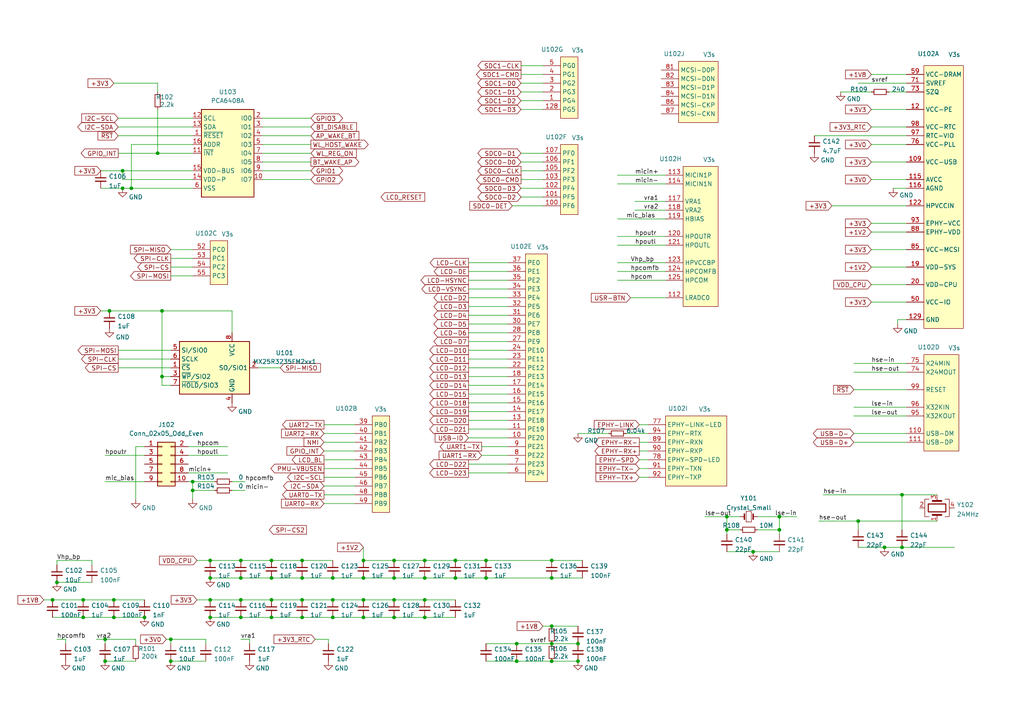
<source format=kicad_sch>
(kicad_sch (version 20250114) (generator "eeschema") (generator_version "9.0")
  (paper "A4")
  (junction (at 46.99 109.22))
  (junction (at 60.96 179.07))
  (junction (at 78.74 162.56))
  (junction (at 30.48 185.42))
  (junction (at 261.62 158.75))
  (junction (at 210.82 149.86))
  (junction (at 31.75 90.17))
  (junction (at 87.63 167.64))
  (junction (at 69.85 167.64))
  (junction (at 167.64 186.69))
  (junction (at 78.74 167.64))
  (junction (at 41.91 179.07))
  (junction (at 256.54 158.75) (diameter 0.9144))
  (junction (at 261.62 143.51))
  (junction (at 160.02 191.77))
  (junction (at 105.41 179.07))
  (junction (at 167.64 191.77))
  (junction (at 105.41 167.64))
  (junction (at 132.08 162.56))
  (junction (at 49.53 191.77))
  (junction (at 210.82 153.67))
  (junction (at 96.52 173.99))
  (junction (at 96.52 167.64))
  (junction (at 24.13 173.99))
  (junction (at 123.19 162.56))
  (junction (at 16.51 168.91))
  (junction (at 114.3 173.99))
  (junction (at 60.96 173.99))
  (junction (at 218.44 160.02) (diameter 0.9144))
  (junction (at 105.41 173.99))
  (junction (at 149.86 191.77))
  (junction (at 69.85 162.56))
  (junction (at 78.74 179.07))
  (junction (at 55.88 142.24))
  (junction (at 248.92 151.13))
  (junction (at 55.88 139.7))
  (junction (at 87.63 162.56))
  (junction (at 132.08 167.64))
  (junction (at 46.99 90.17))
  (junction (at 45.72 44.45))
  (junction (at 114.3 179.07))
  (junction (at 49.53 185.42))
  (junction (at 30.48 191.77))
  (junction (at 87.63 179.07))
  (junction (at 38.1 54.61))
  (junction (at 160.02 181.61))
  (junction (at 123.19 167.64))
  (junction (at 149.86 186.69))
  (junction (at 78.74 173.99))
  (junction (at 123.19 173.99))
  (junction (at 69.85 179.07))
  (junction (at 35.56 54.61))
  (junction (at 160.02 186.69))
  (junction (at 15.24 173.99))
  (junction (at 140.97 162.56))
  (junction (at 87.63 173.99))
  (junction (at 60.96 167.64))
  (junction (at 160.02 162.56))
  (junction (at 35.56 49.53))
  (junction (at 226.06 149.86))
  (junction (at 69.85 173.99))
  (junction (at 33.02 173.99))
  (junction (at 160.02 167.64))
  (junction (at 105.41 162.56))
  (junction (at 226.06 153.67))
  (junction (at 140.97 167.64))
  (junction (at 96.52 179.07))
  (junction (at 33.02 179.07))
  (junction (at 24.13 179.07))
  (junction (at 60.96 162.56))
  (junction (at 114.3 167.64))
  (junction (at 123.19 179.07))
  (junction (at 114.3 162.56))
  (wire (pts (xy 123.19 162.56) (xy 132.08 162.56)))
  (wire (pts (xy 135.89 78.74) (xy 147.32 78.74)))
  (wire (pts (xy 60.96 162.56) (xy 69.85 162.56)))
  (wire (pts (xy 248.92 151.13) (xy 248.92 153.67)))
  (wire (pts (xy 34.29 104.14) (xy 49.53 104.14)))
  (wire (pts (xy 135.89 96.52) (xy 147.32 96.52)))
  (wire (pts (xy 248.92 158.75) (xy 256.54 158.75)))
  (wire (pts (xy 179.07 71.12) (xy 193.04 71.12)))
  (wire (pts (xy 226.06 153.67) (xy 226.06 154.94)))
  (wire (pts (xy 151.13 31.75) (xy 157.48 31.75)))
  (wire (pts (xy 76.2 36.83) (xy 90.17 36.83)))
  (wire (pts (xy 55.88 139.7) (xy 62.23 139.7)))
  (wire (pts (xy 31.75 90.17) (xy 46.99 90.17)))
  (wire (pts (xy 252.73 46.99) (xy 262.89 46.99)))
  (wire (pts (xy 219.71 149.86) (xy 226.06 149.86)))
  (wire (pts (xy 30.48 185.42) (xy 30.48 186.69)))
  (wire (pts (xy 135.89 121.92) (xy 147.32 121.92)))
  (wire (pts (xy 76.2 44.45) (xy 90.17 44.45)))
  (wire (pts (xy 139.7 132.08) (xy 147.32 132.08)))
  (wire (pts (xy 33.02 179.07) (xy 41.91 179.07)))
  (wire (pts (xy 76.2 41.91) (xy 90.17 41.91)))
  (wire (pts (xy 247.65 105.41) (xy 262.89 105.41)))
  (wire (pts (xy 204.47 149.86) (xy 210.82 149.86)))
  (wire (pts (xy 16.51 162.56) (xy 26.67 162.56)))
  (wire (pts (xy 238.76 143.51) (xy 261.62 143.51)))
  (wire (pts (xy 135.89 83.82) (xy 147.32 83.82)))
  (wire (pts (xy 226.06 149.86) (xy 226.06 153.67)))
  (wire (pts (xy 179.07 68.58) (xy 193.04 68.58)))
  (wire (pts (xy 132.08 162.56) (xy 140.97 162.56)))
  (wire (pts (xy 78.74 162.56) (xy 87.63 162.56)))
  (wire (pts (xy 93.98 130.81) (xy 102.87 130.81)))
  (wire (pts (xy 57.15 173.99) (xy 60.96 173.99)))
  (wire (pts (xy 93.98 140.97) (xy 102.87 140.97)))
  (wire (pts (xy 185.42 133.35) (xy 187.96 133.35)))
  (wire (pts (xy 69.85 173.99) (xy 78.74 173.99)))
  (wire (pts (xy 252.73 41.91) (xy 262.89 41.91)))
  (wire (pts (xy 160.02 186.69) (xy 167.64 186.69)))
  (wire (pts (xy 49.53 185.42) (xy 59.69 185.42)))
  (wire (pts (xy 252.73 21.59) (xy 262.89 21.59)))
  (wire (pts (xy 151.13 57.15) (xy 157.48 57.15)))
  (wire (pts (xy 34.29 106.68) (xy 49.53 106.68)))
  (wire (pts (xy 33.02 24.13) (xy 45.72 24.13)))
  (wire (pts (xy 259.08 54.61) (xy 262.89 54.61)))
  (wire (pts (xy 19.05 185.42) (xy 19.05 186.69)))
  (wire (pts (xy 135.89 124.46) (xy 147.32 124.46)))
  (wire (pts (xy 76.2 52.07) (xy 90.17 52.07)))
  (wire (pts (xy 135.89 134.62) (xy 147.32 134.62)))
  (wire (pts (xy 49.53 72.39) (xy 55.88 72.39)))
  (wire (pts (xy 105.41 162.56) (xy 114.3 162.56)))
  (wire (pts (xy 135.89 104.14) (xy 147.32 104.14)))
  (wire (pts (xy 149.86 191.77) (xy 160.02 191.77)))
  (wire (pts (xy 135.89 109.22) (xy 147.32 109.22)))
  (wire (pts (xy 123.19 167.64) (xy 132.08 167.64)))
  (wire (pts (xy 151.13 24.13) (xy 157.48 24.13)))
  (wire (pts (xy 67.31 96.52) (xy 67.31 90.17)))
  (wire (pts (xy 247.65 125.73) (xy 262.89 125.73)))
  (wire (pts (xy 260.35 92.71) (xy 260.35 93.98)))
  (wire (pts (xy 16.51 185.42) (xy 19.05 185.42)))
  (wire (pts (xy 87.63 167.64) (xy 96.52 167.64)))
  (wire (pts (xy 78.74 173.99) (xy 87.63 173.99)))
  (wire (pts (xy 49.53 191.77) (xy 59.69 191.77)))
  (wire (pts (xy 185.42 128.27) (xy 187.96 128.27)))
  (wire (pts (xy 135.89 99.06) (xy 147.32 99.06)))
  (wire (pts (xy 139.7 129.54) (xy 147.32 129.54)))
  (wire (pts (xy 247.65 107.95) (xy 262.89 107.95)))
  (wire (pts (xy 93.98 146.05) (xy 102.87 146.05)))
  (wire (pts (xy 135.89 101.6) (xy 147.32 101.6)))
  (wire (pts (xy 39.37 186.69) (xy 39.37 185.42)))
  (wire (pts (xy 140.97 186.69) (xy 149.86 186.69)))
  (wire (pts (xy 41.91 129.54) (xy 39.37 129.54)))
  (wire (pts (xy 30.48 191.77) (xy 39.37 191.77)))
  (wire (pts (xy 54.61 137.16) (xy 66.04 137.16)))
  (wire (pts (xy 69.85 185.42) (xy 72.39 185.42)))
  (wire (pts (xy 48.26 185.42) (xy 49.53 185.42)))
  (wire (pts (xy 54.61 132.08) (xy 66.04 132.08)))
  (wire (pts (xy 55.88 142.24) (xy 55.88 144.78)))
  (wire (pts (xy 252.73 82.55) (xy 262.89 82.55)))
  (wire (pts (xy 157.48 181.61) (xy 160.02 181.61)))
  (wire (pts (xy 135.89 86.36) (xy 147.32 86.36)))
  (wire (pts (xy 34.29 34.29) (xy 55.88 34.29)))
  (wire (pts (xy 45.72 31.75) (xy 45.72 44.45)))
  (wire (pts (xy 184.15 60.96) (xy 193.04 60.96)))
  (wire (pts (xy 93.98 138.43) (xy 102.87 138.43)))
  (wire (pts (xy 262.89 92.71) (xy 260.35 92.71)))
  (wire (pts (xy 151.13 26.67) (xy 157.48 26.67)))
  (wire (pts (xy 151.13 44.45) (xy 157.48 44.45)))
  (wire (pts (xy 210.82 153.67) (xy 210.82 154.94)))
  (wire (pts (xy 39.37 185.42) (xy 30.48 185.42)))
  (wire (pts (xy 38.1 41.91) (xy 38.1 54.61)))
  (wire (pts (xy 135.89 81.28) (xy 147.32 81.28)))
  (wire (pts (xy 114.3 173.99) (xy 123.19 173.99)))
  (wire (pts (xy 67.31 142.24) (xy 71.12 142.24)))
  (wire (pts (xy 33.02 173.99) (xy 41.91 173.99)))
  (wire (pts (xy 93.98 128.27) (xy 102.87 128.27)))
  (wire (pts (xy 45.72 44.45) (xy 55.88 44.45)))
  (wire (pts (xy 93.98 123.19) (xy 102.87 123.19)))
  (wire (pts (xy 49.53 111.76) (xy 46.99 111.76)))
  (wire (pts (xy 123.19 173.99) (xy 132.08 173.99)))
  (wire (pts (xy 29.21 49.53) (xy 35.56 49.53)))
  (wire (pts (xy 248.92 24.13) (xy 262.89 24.13)))
  (wire (pts (xy 248.92 151.13) (xy 271.78 151.13)))
  (wire (pts (xy 135.89 127) (xy 147.32 127)))
  (wire (pts (xy 247.65 128.27) (xy 262.89 128.27)))
  (wire (pts (xy 24.13 173.99) (xy 33.02 173.99)))
  (wire (pts (xy 16.51 162.56) (xy 16.51 163.83)))
  (wire (pts (xy 15.24 173.99) (xy 24.13 173.99)))
  (wire (pts (xy 105.41 173.99) (xy 114.3 173.99)))
  (wire (pts (xy 261.62 143.51) (xy 261.62 153.67)))
  (wire (pts (xy 185.42 135.89) (xy 187.96 135.89)))
  (wire (pts (xy 236.22 39.37) (xy 262.89 39.37)))
  (wire (pts (xy 69.85 179.07) (xy 78.74 179.07)))
  (wire (pts (xy 12.7 173.99) (xy 15.24 173.99)))
  (wire (pts (xy 46.99 90.17) (xy 67.31 90.17)))
  (wire (pts (xy 60.96 173.99) (xy 69.85 173.99)))
  (wire (pts (xy 62.23 142.24) (xy 55.88 142.24)))
  (wire (pts (xy 46.99 109.22) (xy 49.53 109.22)))
  (wire (pts (xy 35.56 54.61) (xy 38.1 54.61)))
  (wire (pts (xy 252.73 77.47) (xy 262.89 77.47)))
  (wire (pts (xy 151.13 19.05) (xy 157.48 19.05)))
  (wire (pts (xy 237.49 151.13) (xy 248.92 151.13)))
  (wire (pts (xy 55.88 139.7) (xy 55.88 142.24)))
  (wire (pts (xy 135.89 111.76) (xy 147.32 111.76)))
  (wire (pts (xy 135.89 116.84) (xy 147.32 116.84)))
  (wire (pts (xy 247.65 113.03) (xy 262.89 113.03)))
  (wire (pts (xy 210.82 160.02) (xy 218.44 160.02)))
  (wire (pts (xy 185.42 138.43) (xy 187.96 138.43)))
  (wire (pts (xy 247.65 118.11) (xy 262.89 118.11)))
  (wire (pts (xy 252.73 64.77) (xy 262.89 64.77)))
  (wire (pts (xy 38.1 54.61) (xy 55.88 54.61)))
  (wire (pts (xy 179.07 53.34) (xy 193.04 53.34)))
  (wire (pts (xy 252.73 87.63) (xy 262.89 87.63)))
  (wire (pts (xy 16.51 168.91) (xy 26.67 168.91)))
  (wire (pts (xy 179.07 78.74) (xy 193.04 78.74)))
  (wire (pts (xy 160.02 167.64) (xy 168.91 167.64)))
  (wire (pts (xy 105.41 179.07) (xy 114.3 179.07)))
  (wire (pts (xy 181.61 125.73) (xy 187.96 125.73)))
  (wire (pts (xy 15.24 179.07) (xy 24.13 179.07)))
  (wire (pts (xy 81.28 106.68) (xy 74.93 106.68)))
  (wire (pts (xy 105.41 167.64) (xy 114.3 167.64)))
  (wire (pts (xy 46.99 109.22) (xy 46.99 90.17)))
  (wire (pts (xy 78.74 179.07) (xy 87.63 179.07)))
  (wire (pts (xy 55.88 52.07) (xy 35.56 52.07)))
  (wire (pts (xy 76.2 46.99) (xy 90.17 46.99)))
  (wire (pts (xy 185.42 123.19) (xy 187.96 123.19)))
  (wire (pts (xy 69.85 167.64) (xy 78.74 167.64)))
  (wire (pts (xy 140.97 162.56) (xy 160.02 162.56)))
  (wire (pts (xy 93.98 133.35) (xy 102.87 133.35)))
  (wire (pts (xy 210.82 153.67) (xy 214.63 153.67)))
  (wire (pts (xy 252.73 31.75) (xy 262.89 31.75)))
  (wire (pts (xy 160.02 162.56) (xy 168.91 162.56)))
  (wire (pts (xy 91.44 185.42) (xy 95.25 185.42)))
  (wire (pts (xy 226.06 149.86) (xy 231.14 149.86)))
  (wire (pts (xy 135.89 114.3) (xy 147.32 114.3)))
  (wire (pts (xy 151.13 54.61) (xy 157.48 54.61)))
  (wire (pts (xy 210.82 149.86) (xy 210.82 153.67)))
  (wire (pts (xy 87.63 173.99) (xy 96.52 173.99)))
  (wire (pts (xy 135.89 76.2) (xy 147.32 76.2)))
  (wire (pts (xy 59.69 186.69) (xy 59.69 185.42)))
  (wire (pts (xy 34.29 44.45) (xy 45.72 44.45)))
  (wire (pts (xy 29.21 90.17) (xy 31.75 90.17)))
  (wire (pts (xy 114.3 162.56) (xy 123.19 162.56)))
  (wire (pts (xy 210.82 149.86) (xy 214.63 149.86)))
  (wire (pts (xy 34.29 36.83) (xy 55.88 36.83)))
  (wire (pts (xy 29.21 54.61) (xy 35.56 54.61)))
  (wire (pts (xy 151.13 29.21) (xy 157.48 29.21)))
  (wire (pts (xy 72.39 185.42) (xy 72.39 186.69)))
  (wire (pts (xy 132.08 167.64) (xy 140.97 167.64)))
  (wire (pts (xy 151.13 46.99) (xy 157.48 46.99)))
  (wire (pts (xy 179.07 63.5) (xy 193.04 63.5)))
  (wire (pts (xy 49.53 185.42) (xy 49.53 186.69)))
  (wire (pts (xy 252.73 72.39) (xy 262.89 72.39)))
  (wire (pts (xy 55.88 41.91) (xy 38.1 41.91)))
  (wire (pts (xy 140.97 191.77) (xy 149.86 191.77)))
  (wire (pts (xy 27.94 185.42) (xy 30.48 185.42)))
  (wire (pts (xy 46.99 111.76) (xy 46.99 109.22)))
  (wire (pts (xy 135.89 137.16) (xy 147.32 137.16)))
  (wire (pts (xy 160.02 191.77) (xy 167.64 191.77)))
  (wire (pts (xy 105.41 158.75) (xy 105.41 162.56)))
  (wire (pts (xy 93.98 135.89) (xy 102.87 135.89)))
  (wire (pts (xy 35.56 49.53) (xy 55.88 49.53)))
  (wire (pts (xy 57.15 162.56) (xy 60.96 162.56)))
  (wire (pts (xy 123.19 179.07) (xy 132.08 179.07)))
  (wire (pts (xy 252.73 67.31) (xy 262.89 67.31)))
  (wire (pts (xy 114.3 179.07) (xy 123.19 179.07)))
  (wire (pts (xy 93.98 143.51) (xy 102.87 143.51)))
  (wire (pts (xy 257.81 26.67) (xy 262.89 26.67)))
  (wire (pts (xy 179.07 81.28) (xy 193.04 81.28)))
  (wire (pts (xy 167.64 125.73) (xy 176.53 125.73)))
  (wire (pts (xy 135.89 91.44) (xy 147.32 91.44)))
  (wire (pts (xy 95.25 185.42) (xy 95.25 186.69)))
  (wire (pts (xy 76.2 49.53) (xy 90.17 49.53)))
  (wire (pts (xy 30.48 132.08) (xy 41.91 132.08)))
  (wire (pts (xy 96.52 173.99) (xy 105.41 173.99)))
  (wire (pts (xy 39.37 129.54) (xy 39.37 144.78)))
  (wire (pts (xy 148.59 59.69) (xy 157.48 59.69)))
  (wire (pts (xy 252.73 36.83) (xy 262.89 36.83)))
  (wire (pts (xy 247.65 120.65) (xy 262.89 120.65)))
  (wire (pts (xy 60.96 179.07) (xy 69.85 179.07)))
  (wire (pts (xy 182.88 86.36) (xy 193.04 86.36)))
  (wire (pts (xy 87.63 162.56) (xy 96.52 162.56)))
  (wire (pts (xy 49.53 77.47) (xy 55.88 77.47)))
  (wire (pts (xy 261.62 158.75) (xy 276.86 158.75)))
  (wire (pts (xy 69.85 162.56) (xy 78.74 162.56)))
  (wire (pts (xy 76.2 34.29) (xy 90.17 34.29)))
  (wire (pts (xy 151.13 21.59) (xy 157.48 21.59)))
  (wire (pts (xy 135.89 88.9) (xy 147.32 88.9)))
  (wire (pts (xy 26.67 162.56) (xy 26.67 163.83)))
  (wire (pts (xy 45.72 24.13) (xy 45.72 26.67)))
  (wire (pts (xy 96.52 167.64) (xy 105.41 167.64)))
  (wire (pts (xy 151.13 52.07) (xy 157.48 52.07)))
  (wire (pts (xy 49.53 80.01) (xy 55.88 80.01)))
  (wire (pts (xy 35.56 52.07) (xy 35.56 49.53)))
  (wire (pts (xy 184.15 58.42) (xy 193.04 58.42)))
  (wire (pts (xy 114.3 167.64) (xy 123.19 167.64)))
  (wire (pts (xy 60.96 167.64) (xy 69.85 167.64)))
  (wire (pts (xy 54.61 139.7) (xy 55.88 139.7)))
  (wire (pts (xy 179.07 50.8) (xy 193.04 50.8)))
  (wire (pts (xy 34.29 39.37) (xy 55.88 39.37)))
  (wire (pts (xy 160.02 181.61) (xy 167.64 181.61)))
  (wire (pts (xy 256.54 158.75) (xy 261.62 158.75)))
  (wire (pts (xy 54.61 129.54) (xy 66.04 129.54)))
  (wire (pts (xy 135.89 106.68) (xy 147.32 106.68)))
  (wire (pts (xy 78.74 167.64) (xy 87.63 167.64)))
  (wire (pts (xy 243.84 26.67) (xy 252.73 26.67)))
  (wire (pts (xy 218.44 160.02) (xy 226.06 160.02)))
  (wire (pts (xy 219.71 153.67) (xy 226.06 153.67)))
  (wire (pts (xy 135.89 93.98) (xy 147.32 93.98)))
  (wire (pts (xy 87.63 179.07) (xy 96.52 179.07)))
  (wire (pts (xy 96.52 179.07) (xy 105.41 179.07)))
  (wire (pts (xy 252.73 52.07) (xy 262.89 52.07)))
  (wire (pts (xy 140.97 167.64) (xy 160.02 167.64)))
  (wire (pts (xy 135.89 119.38) (xy 147.32 119.38)))
  (wire (pts (xy 261.62 143.51) (xy 271.78 143.51)))
  (wire (pts (xy 76.2 39.37) (xy 90.17 39.37)))
  (wire (pts (xy 49.53 74.93) (xy 55.88 74.93)))
  (wire (pts (xy 24.13 179.07) (xy 33.02 179.07)))
  (wire (pts (xy 34.29 101.6) (xy 49.53 101.6)))
  (wire (pts (xy 241.3 59.69) (xy 262.89 59.69)))
  (wire (pts (xy 30.48 139.7) (xy 41.91 139.7)))
  (wire (pts (xy 185.42 130.81) (xy 187.96 130.81)))
  (wire (pts (xy 67.31 139.7) (xy 71.12 139.7)))
  (wire (pts (xy 151.13 49.53) (xy 157.48 49.53)))
  (wire (pts (xy 149.86 186.69) (xy 160.02 186.69)))
  (wire (pts (xy 93.98 125.73) (xy 102.87 125.73)))
  (wire (pts (xy 179.07 76.2) (xy 193.04 76.2)))
  (label "micin+" (at 184.15 50.8 0))
  (label "hpoutr" (at 30.48 132.08 0))
  (label "hpoutr" (at 184.15 68.58 0))
  (label "lse-in" (at 224.79 149.86 0))
  (label "hse-in" (at 252.73 105.41 0))
  (label "vra1" (at 186.69 58.42 0))
  (label "hpcomfb" (at 16.51 185.42 0))
  (label "lse-in" (at 252.73 118.11 0))
  (label "mic_bias" (at 181.61 63.5 0))
  (label "hse-out" (at 237.49 151.13 0))
  (label "hpcom" (at 57.15 129.54 0))
  (label "hpcomfb" (at 71.12 139.7 0))
  (label "vra1" (at 69.85 185.42 0))
  (label "vra2" (at 27.94 185.42 0))
  (label "lse-out" (at 204.47 149.86 0))
  (label "micin+" (at 54.61 137.16 0))
  (label "mic_bias" (at 30.48 139.7 0))
  (label "hpcomfb" (at 182.88 78.74 0))
  (label "hpoutl" (at 184.15 71.12 0))
  (label "hse-out" (at 252.73 107.95 0))
  (label "micin-" (at 184.15 53.34 0))
  (label "lse-out" (at 252.73 120.65 0))
  (label "Vhp_bp" (at 16.51 162.56 0))
  (label "svref" (at 153.67 186.69 0))
  (label "vra2" (at 186.69 60.96 0))
  (label "svref" (at 252.73 24.13 0))
  (label "hse-in" (at 238.76 143.51 0))
  (label "micin-" (at 71.12 142.24 0))
  (label "hpoutl" (at 57.15 132.08 0))
  (label "Vhp_bp" (at 182.88 76.2 0))
  (label "hpcom" (at 182.88 81.28 0))
  (global_label "LCD-D11" (shape output) (at 135.89 104.14 180) (property "Intersheetrefs" "${INTERSHEET_REFS}" (effects (hide yes))))
  (global_label "SDC0-D0" (shape bidirectional) (at 151.13 46.99 180) (property "Intersheetrefs" "${INTERSHEET_REFS}" (effects (hide yes))))
  (global_label "LCD-D23" (shape output) (at 135.89 137.16 180) (property "Intersheetrefs" "${INTERSHEET_REFS}" (effects (hide yes))))
  (global_label "USB-D+" (shape bidirectional) (at 247.65 128.27 180) (property "Intersheetrefs" "${INTERSHEET_REFS}" (effects (hide yes))))
  (global_label "SDC1-D0" (shape bidirectional) (at 151.13 24.13 180) (property "Intersheetrefs" "${INTERSHEET_REFS}" (effects (hide yes))))
  (global_label "+3V3" (shape input) (at 33.02 24.13 180) (property "Intersheetrefs" "${INTERSHEET_REFS}" (effects (hide yes))))
  (global_label "+1V8" (shape input) (at 252.73 21.59 180) (property "Intersheetrefs" "${INTERSHEET_REFS}" (effects (hide yes))))
  (global_label "UART0-TX" (shape output) (at 93.98 143.51 180) (property "Intersheetrefs" "${INTERSHEET_REFS}" (effects (hide yes))))
  (global_label "+3V3" (shape input) (at 252.73 46.99 180) (property "Intersheetrefs" "${INTERSHEET_REFS}" (effects (hide yes))))
  (global_label "LCD-D18" (shape output) (at 135.89 116.84 180) (property "Intersheetrefs" "${INTERSHEET_REFS}" (effects (hide yes))))
  (global_label "+3V3" (shape input) (at 57.15 173.99 180) (property "Intersheetrefs" "${INTERSHEET_REFS}" (effects (hide yes))))
  (global_label "I2C-SDA" (shape bidirectional) (at 34.29 36.83 180) (property "Intersheetrefs" "${INTERSHEET_REFS}" (effects (hide yes))))
  (global_label "SDC1-CLK" (shape output) (at 151.13 19.05 180) (property "Intersheetrefs" "${INTERSHEET_REFS}" (effects (hide yes))))
  (global_label "SDC0-DET" (shape input) (at 148.59 59.69 180) (property "Intersheetrefs" "${INTERSHEET_REFS}" (effects (hide yes))))
  (global_label "BT_WAKE_AP" (shape output) (at 90.17 46.99 0) (property "Intersheetrefs" "${INTERSHEET_REFS}" (effects (hide yes))))
  (global_label "+3V3" (shape input) (at 29.21 90.17 180) (property "Intersheetrefs" "${INTERSHEET_REFS}" (effects (hide yes))))
  (global_label "LCD-D19" (shape output) (at 135.89 119.38 180) (property "Intersheetrefs" "${INTERSHEET_REFS}" (effects (hide yes))))
  (global_label "I2C-SDA" (shape bidirectional) (at 93.98 140.97 180) (property "Intersheetrefs" "${INTERSHEET_REFS}" (effects (hide yes))))
  (global_label "+1V8" (shape input) (at 12.7 173.99 180) (property "Intersheetrefs" "${INTERSHEET_REFS}" (effects (hide yes))))
  (global_label "LCD-DE" (shape output) (at 135.89 78.74 180) (property "Intersheetrefs" "${INTERSHEET_REFS}" (effects (hide yes))))
  (global_label "GPIO_INT" (shape output) (at 34.29 44.45 180) (property "Intersheetrefs" "${INTERSHEET_REFS}" (effects (hide yes))))
  (global_label "BT_DISABLE" (shape input) (at 90.17 36.83 0) (property "Intersheetrefs" "${INTERSHEET_REFS}" (effects (hide yes))))
  (global_label "EPHY-RX-" (shape output) (at 185.42 128.27 180) (property "Intersheetrefs" "${INTERSHEET_REFS}" (effects (hide yes))))
  (global_label "~{RST}" (shape input) (at 34.29 39.37 180) (property "Intersheetrefs" "${INTERSHEET_REFS}" (effects (hide yes))))
  (global_label "LCD_RESET" (shape input) (at 110.49 57.15 0) (property "Intersheetrefs" "${INTERSHEET_REFS}" (effects (hide yes))))
  (global_label "I2C-SCL" (shape input) (at 34.29 34.29 180) (property "Intersheetrefs" "${INTERSHEET_REFS}" (effects (hide yes))))
  (global_label "NMI" (shape input) (at 93.98 128.27 180) (property "Intersheetrefs" "${INTERSHEET_REFS}" (effects (hide yes))))
  (global_label "+3V3" (shape input) (at 252.73 64.77 180) (property "Intersheetrefs" "${INTERSHEET_REFS}" (effects (hide yes))))
  (global_label "LCD-D21" (shape output) (at 135.89 124.46 180) (property "Intersheetrefs" "${INTERSHEET_REFS}" (effects (hide yes))))
  (global_label "SDC1-D3" (shape bidirectional) (at 151.13 31.75 180) (property "Intersheetrefs" "${INTERSHEET_REFS}" (effects (hide yes))))
  (global_label "LCD-D2" (shape output) (at 135.89 86.36 180) (property "Intersheetrefs" "${INTERSHEET_REFS}" (effects (hide yes))))
  (global_label "SDC0-D3" (shape bidirectional) (at 151.13 54.61 180) (property "Intersheetrefs" "${INTERSHEET_REFS}" (effects (hide yes))))
  (global_label "USR-BTN" (shape input) (at 182.88 86.36 180) (property "Intersheetrefs" "${INTERSHEET_REFS}" (effects (hide yes))))
  (global_label "PMU-VBUSEN" (shape output) (at 93.98 135.89 180) (property "Intersheetrefs" "${INTERSHEET_REFS}" (effects (hide yes))))
  (global_label "LCD_BL" (shape output) (at 93.98 133.35 180) (property "Intersheetrefs" "${INTERSHEET_REFS}" (effects (hide yes))))
  (global_label "EPHY-RX+" (shape output) (at 185.42 130.81 180) (property "Intersheetrefs" "${INTERSHEET_REFS}" (effects (hide yes))))
  (global_label "LCD-D22" (shape output) (at 135.89 134.62 180) (property "Intersheetrefs" "${INTERSHEET_REFS}" (effects (hide yes))))
  (global_label "+3V3" (shape input) (at 252.73 31.75 180) (property "Intersheetrefs" "${INTERSHEET_REFS}" (effects (hide yes))))
  (global_label "UART2-RX" (shape input) (at 93.98 125.73 180) (property "Intersheetrefs" "${INTERSHEET_REFS}" (effects (hide yes))))
  (global_label "+3V3_RTC" (shape input) (at 91.44 185.42 180) (property "Intersheetrefs" "${INTERSHEET_REFS}" (effects (hide yes))))
  (global_label "SDC0-CLK" (shape output) (at 151.13 49.53 180) (property "Intersheetrefs" "${INTERSHEET_REFS}" (effects (hide yes))))
  (global_label "LCD-D5" (shape output) (at 135.89 93.98 180) (property "Intersheetrefs" "${INTERSHEET_REFS}" (effects (hide yes))))
  (global_label "SPI-CLK" (shape output) (at 34.29 104.14 180) (property "Intersheetrefs" "${INTERSHEET_REFS}" (effects (hide yes))))
  (global_label "SDC1-D2" (shape bidirectional) (at 151.13 29.21 180) (property "Intersheetrefs" "${INTERSHEET_REFS}" (effects (hide yes))))
  (global_label "LCD-D3" (shape output) (at 135.89 88.9 180) (property "Intersheetrefs" "${INTERSHEET_REFS}" (effects (hide yes))))
  (global_label "WL_REG_ON" (shape input) (at 90.17 44.45 0) (property "Intersheetrefs" "${INTERSHEET_REFS}" (effects (hide yes))))
  (global_label "EPHY-TX-" (shape input) (at 185.42 135.89 180) (property "Intersheetrefs" "${INTERSHEET_REFS}" (effects (hide yes))))
  (global_label "LCD-D7" (shape output) (at 135.89 99.06 180) (property "Intersheetrefs" "${INTERSHEET_REFS}" (effects (hide yes))))
  (global_label "USB-D-" (shape bidirectional) (at 247.65 125.73 180) (property "Intersheetrefs" "${INTERSHEET_REFS}" (effects (hide yes))))
  (global_label "SDC1-D1" (shape bidirectional) (at 151.13 26.67 180) (property "Intersheetrefs" "${INTERSHEET_REFS}" (effects (hide yes))))
  (global_label "SPI-CS2" (shape output) (at 88.9 153.67 180) (property "Intersheetrefs" "${INTERSHEET_REFS}" (effects (hide yes))))
  (global_label "SDC1-CMD" (shape output) (at 151.13 21.59 180) (property "Intersheetrefs" "${INTERSHEET_REFS}" (effects (hide yes))))
  (global_label "SPI-MOSI" (shape output) (at 49.53 80.01 180) (property "Intersheetrefs" "${INTERSHEET_REFS}" (effects (hide yes))))
  (global_label "SDC0-CMD" (shape output) (at 151.13 52.07 180) (property "Intersheetrefs" "${INTERSHEET_REFS}" (effects (hide yes))))
  (global_label "+3V3" (shape input) (at 29.21 49.53 180) (property "Intersheetrefs" "${INTERSHEET_REFS}" (effects (hide yes))))
  (global_label "LCD-D12" (shape output) (at 135.89 106.68 180) (property "Intersheetrefs" "${INTERSHEET_REFS}" (effects (hide yes))))
  (global_label "SPI-CS" (shape output) (at 34.29 106.68 180) (property "Intersheetrefs" "${INTERSHEET_REFS}" (effects (hide yes))))
  (global_label "UART0-RX" (shape input) (at 93.98 146.05 180) (property "Intersheetrefs" "${INTERSHEET_REFS}" (effects (hide yes))))
  (global_label "+1V2" (shape input) (at 252.73 77.47 180) (property "Intersheetrefs" "${INTERSHEET_REFS}" (effects (hide yes))))
  (global_label "LCD-D14" (shape output) (at 135.89 111.76 180) (property "Intersheetrefs" "${INTERSHEET_REFS}" (effects (hide yes))))
  (global_label "+3V0" (shape input) (at 252.73 41.91 180) (property "Intersheetrefs" "${INTERSHEET_REFS}" (effects (hide yes))))
  (global_label "+3V3" (shape input) (at 252.73 72.39 180) (property "Intersheetrefs" "${INTERSHEET_REFS}" (effects (hide yes))))
  (global_label "SDC0-D2" (shape bidirectional) (at 151.13 57.15 180) (property "Intersheetrefs" "${INTERSHEET_REFS}" (effects (hide yes))))
  (global_label "+3V0" (shape input) (at 48.26 185.42 180) (property "Intersheetrefs" "${INTERSHEET_REFS}" (effects (hide yes))))
  (global_label "LCD-D4" (shape output) (at 135.89 91.44 180) (property "Intersheetrefs" "${INTERSHEET_REFS}" (effects (hide yes))))
  (global_label "+3V3" (shape input) (at 252.73 87.63 180) (property "Intersheetrefs" "${INTERSHEET_REFS}" (effects (hide yes))))
  (global_label "SPI-MISO" (shape input) (at 81.28 106.68 0) (property "Intersheetrefs" "${INTERSHEET_REFS}" (effects (hide yes))))
  (global_label "GPIO_INT" (shape input) (at 93.98 130.81 180) (property "Intersheetrefs" "${INTERSHEET_REFS}" (effects (hide yes))))
  (global_label "VDD_CPU" (shape input) (at 252.73 82.55 180) (property "Intersheetrefs" "${INTERSHEET_REFS}" (effects (hide yes))))
  (global_label "AP_WAKE_BT" (shape input) (at 90.17 39.37 0) (property "Intersheetrefs" "${INTERSHEET_REFS}" (effects (hide yes))))
  (global_label "LCD-D20" (shape output) (at 135.89 121.92 180) (property "Intersheetrefs" "${INTERSHEET_REFS}" (effects (hide yes))))
  (global_label "LCD-D10" (shape output) (at 135.89 101.6 180) (property "Intersheetrefs" "${INTERSHEET_REFS}" (effects (hide yes))))
  (global_label "GPIO3" (shape bidirectional) (at 90.17 34.29 0) (property "Intersheetrefs" "${INTERSHEET_REFS}" (effects (hide yes))))
  (global_label "LCD-D6" (shape output) (at 135.89 96.52 180) (property "Intersheetrefs" "${INTERSHEET_REFS}" (effects (hide yes))))
  (global_label "GPIO2" (shape bidirectional) (at 90.17 52.07 0) (property "Intersheetrefs" "${INTERSHEET_REFS}" (effects (hide yes))))
  (global_label "SPI-MISO" (shape input) (at 49.53 72.39 180) (property "Intersheetrefs" "${INTERSHEET_REFS}" (effects (hide yes))))
  (global_label "EPHY-TX+" (shape input) (at 185.42 138.43 180) (property "Intersheetrefs" "${INTERSHEET_REFS}" (effects (hide yes))))
  (global_label "LCD-VSYNC" (shape output) (at 135.89 83.82 180) (property "Intersheetrefs" "${INTERSHEET_REFS}" (effects (hide yes))))
  (global_label "WL_HOST_WAKE" (shape output) (at 90.17 41.91 0) (property "Intersheetrefs" "${INTERSHEET_REFS}" (effects (hide yes))))
  (global_label "SPI-MOSI" (shape output) (at 34.29 101.6 180) (property "Intersheetrefs" "${INTERSHEET_REFS}" (effects (hide yes))))
  (global_label "LCD-CLK" (shape output) (at 135.89 76.2 180) (property "Intersheetrefs" "${INTERSHEET_REFS}" (effects (hide yes))))
  (global_label "LCD-D13" (shape output) (at 135.89 109.22 180) (property "Intersheetrefs" "${INTERSHEET_REFS}" (effects (hide yes))))
  (global_label "+3V3_RTC" (shape input) (at 252.73 36.83 180) (property "Intersheetrefs" "${INTERSHEET_REFS}" (effects (hide yes))))
  (global_label "SPI-CLK" (shape output) (at 49.53 74.93 180) (property "Intersheetrefs" "${INTERSHEET_REFS}" (effects (hide yes))))
  (global_label "SPI-CS" (shape output) (at 49.53 77.47 180) (property "Intersheetrefs" "${INTERSHEET_REFS}" (effects (hide yes))))
  (global_label "SDC0-D1" (shape bidirectional) (at 151.13 44.45 180) (property "Intersheetrefs" "${INTERSHEET_REFS}" (effects (hide yes))))
  (global_label "EPHY-SPD" (shape input) (at 185.42 133.35 180) (property "Intersheetrefs" "${INTERSHEET_REFS}" (effects (hide yes))))
  (global_label "~{RST}" (shape input) (at 247.65 113.03 180) (property "Intersheetrefs" "${INTERSHEET_REFS}" (effects (hide yes))))
  (global_label "GPIO1" (shape bidirectional) (at 90.17 49.53 0) (property "Intersheetrefs" "${INTERSHEET_REFS}" (effects (hide yes))))
  (global_label "EPHY-LINK" (shape input) (at 185.42 123.19 180) (property "Intersheetrefs" "${INTERSHEET_REFS}" (effects (hide yes))))
  (global_label "USB-ID" (shape input) (at 135.89 127 180) (property "Intersheetrefs" "${INTERSHEET_REFS}" (effects (hide yes))))
  (global_label "UART2-TX" (shape output) (at 93.98 123.19 180) (property "Intersheetrefs" "${INTERSHEET_REFS}" (effects (hide yes))))
  (global_label "+1V8" (shape input) (at 157.48 181.61 180) (property "Intersheetrefs" "${INTERSHEET_REFS}" (effects (hide yes))))
  (global_label "LCD-HSYNC" (shape output) (at 135.89 81.28 180) (property "Intersheetrefs" "${INTERSHEET_REFS}" (effects (hide yes))))
  (global_label "I2C-SCL" (shape output) (at 93.98 138.43 180) (property "Intersheetrefs" "${INTERSHEET_REFS}" (effects (hide yes))))
  (global_label "+3V3" (shape input) (at 241.3 59.69 180) (property "Intersheetrefs" "${INTERSHEET_REFS}" (effects (hide yes))))
  (global_label "+1V2" (shape input) (at 105.41 158.75 180) (property "Intersheetrefs" "${INTERSHEET_REFS}" (effects (hide yes))))
  (global_label "LCD-D15" (shape output) (at 135.89 114.3 180) (property "Intersheetrefs" "${INTERSHEET_REFS}" (effects (hide yes))))
  (global_label "UART1-TX" (shape output) (at 139.7 129.54 180) (property "Intersheetrefs" "${INTERSHEET_REFS}" (effects (hide yes))))
  (global_label "UART1-RX" (shape input) (at 139.7 132.08 180) (property "Intersheetrefs" "${INTERSHEET_REFS}" (effects (hide yes))))
  (global_label "+1V2" (shape input) (at 252.73 67.31 180) (property "Intersheetrefs" "${INTERSHEET_REFS}" (effects (hide yes))))
  (global_label "VDD_CPU" (shape input) (at 57.15 162.56 180) (property "Intersheetrefs" "${INTERSHEET_REFS}" (effects (hide yes))))
  (global_label "+3V0" (shape input) (at 252.73 52.07 180) (property "Intersheetrefs" "${INTERSHEET_REFS}" (effects (hide yes))))
  (symbol (lib_id "allwinner:V3s") (at 200.66 120.65 0) (unit 9)
    (property "Reference" "U102" (at 193.7513 118.4715 0) (effects (justify left)))
    (property "Value" "V3s" (at 202.6413 118.7066 0) (effects (justify left)))
    (property "Footprint" "allwinner:QFP-128_14x14_Pitch0.4mm" (effects (hide yes)))
  )
  (symbol (lib_id "Device:R_Small") (at 160.02 189.23 180) (unit 1)
    (property "Reference" "R106" (at 162.0379 188.1643 0))
    (property "Value" "2.2k" (at 162.7815 190.3645 0))
    (property "Footprint" "Resistor_SMD:R_0402_1005Metric" (effects (hide yes)))
  )
  (symbol (lib_id "power:GND") (at 39.37 144.78 0) (unit 1)
    (property "Reference" "#PWR0106" (effects (hide yes)))
    (property "Value" "GND" (at 43.18 147.32 0))
  )
  (symbol (lib_id "allwinner:V3s") (at 273.05 102.87 0) (unit 4)
    (property "Reference" "U102" (at 266.1413 100.6915 0) (effects (justify left)))
    (property "Value" "V3s" (at 275.0313 100.9266 0) (effects (justify left)))
    (property "Footprint" "allwinner:QFP-128_14x14_Pitch0.4mm" (effects (hide yes)))
  )
  (symbol (lib_id "Device:C_Small") (at 114.3 165.1 0) (unit 1)
    (property "Reference" "C127" (at 116.6242 164.1915 0) (effects (justify left)))
    (property "Value" "1uF" (at 116.6242 166.9666 0) (effects (justify left)))
    (property "Footprint" "Capacitor_SMD:C_0402_1005Metric" (effects (hide yes)))
  )
  (symbol (lib_id "Device:C_Small") (at 210.82 157.48 0) (unit 1)
    (property "Reference" "C140" (at 213.1442 156.5715 0) (effects (justify left)))
    (property "Value" "22pF" (at 213.1442 159.3466 0) (effects (justify left)))
    (property "Footprint" "Capacitor_SMD:C_0402_1005Metric" (effects (hide yes)))
  )
  (symbol (lib_id "allwinner:V3s") (at 63.5 69.85 0) (unit 3)
    (property "Reference" "U102" (at 56.5913 67.6715 0) (effects (justify left)))
    (property "Value" "V3s" (at 64.2113 67.9066 0) (effects (justify left)))
    (property "Footprint" "allwinner:QFP-128_14x14_Pitch0.4mm" (effects (hide yes)))
  )
  (symbol (lib_id "Device:C_Small") (at 19.05 189.23 0) (unit 1)
    (property "Reference" "C103" (at 21.3742 188.3215 0) (effects (justify left)))
    (property "Value" "1uF" (at 21.3742 191.0966 0) (effects (justify left)))
    (property "Footprint" "Capacitor_SMD:C_0402_1005Metric" (effects (hide yes)))
  )
  (symbol (lib_id "Device:C_Small") (at 30.48 189.23 0) (unit 1)
    (property "Reference" "C107" (at 32.8042 188.3215 0) (effects (justify left)))
    (property "Value" "1uF" (at 32.8042 191.0966 0) (effects (justify left)))
    (property "Footprint" "Capacitor_SMD:C_0402_1005Metric" (effects (hide yes)))
  )
  (symbol (lib_id "Device:C_Small") (at 140.97 189.23 0) (unit 1)
    (property "Reference" "C134" (at 143.2942 188.3215 0) (effects (justify left)))
    (property "Value" "100nF" (at 143.2942 191.0966 0) (effects (justify left)))
    (property "Footprint" "Capacitor_SMD:C_0402_1005Metric" (effects (hide yes)))
  )
  (symbol (lib_id "Device:C_Small") (at 132.08 165.1 0) (unit 1)
    (property "Reference" "C131" (at 134.4042 164.1915 0) (effects (justify left)))
    (property "Value" "1uF" (at 134.4042 166.9666 0) (effects (justify left)))
    (property "Footprint" "Capacitor_SMD:C_0402_1005Metric" (effects (hide yes)))
  )
  (symbol (lib_id "power:GND") (at 55.88 144.78 0) (unit 1)
    (property "Reference" "#PWR0109" (effects (hide yes)))
    (property "Value" "GND" (at 59.69 147.32 0))
  )
  (symbol (lib_id "power:GND") (at 16.51 168.91 0) (unit 1)
    (property "Reference" "#PWR0101" (effects (hide yes)))
    (property "Value" "GND" (at 20.32 170.9326 0))
  )
  (symbol (lib_id "allwinner:V3s") (at 165.1 16.51 0) (unit 7)
    (property "Reference" "U102" (at 156.9213 14.3315 0) (effects (justify left)))
    (property "Value" "V3s" (at 165.8113 14.5666 0) (effects (justify left)))
    (property "Footprint" "allwinner:QFP-128_14x14_Pitch0.4mm" (effects (hide yes)))
  )
  (symbol (lib_id "Device:Crystal_Small") (at 217.17 149.86 0) (unit 1)
    (property "Reference" "Y101" (at 217.17 144.4964 0))
    (property "Value" "Crystal_Small" (at 217.17 147.2715 0))
    (property "Footprint" "Crystal:Crystal_SMD_3215-2Pin_3.2x1.5mm" (effects (hide yes)))
  )
  (symbol (lib_id "Device:C_Small") (at 236.22 41.91 0) (unit 1)
    (property "Reference" "C142" (at 238.5442 41.0015 0) (effects (justify left)))
    (property "Value" "4.7uF" (at 238.5442 43.7766 0) (effects (justify left)))
    (property "Footprint" "Capacitor_SMD:C_0603_1608Metric" (effects (hide yes)))
  )
  (symbol (lib_id "Device:C_Small") (at 95.25 189.23 0) (unit 1)
    (property "Reference" "C122" (at 97.5742 188.3215 0) (effects (justify left)))
    (property "Value" "1uF" (at 97.5742 191.0966 0) (effects (justify left)))
    (property "Footprint" "Capacitor_SMD:C_0402_1005Metric" (effects (hide yes)))
  )
  (symbol (lib_id "Device:C_Small") (at 132.08 176.53 0) (unit 1)
    (property "Reference" "C132" (at 134.4042 175.6215 0) (effects (justify left)))
    (property "Value" "1uF" (at 134.4042 178.3966 0) (effects (justify left)))
    (property "Footprint" "Capacitor_SMD:C_0402_1005Metric" (effects (hide yes)))
  )
  (symbol (lib_id "power:GND") (at 30.48 191.77 0) (unit 1)
    (property "Reference" "#PWR0103" (effects (hide yes)))
    (property "Value" "GND" (at 34.29 193.7926 0))
  )
  (symbol (lib_id "Device:R_Small") (at 255.27 26.67 270) (unit 1)
    (property "Reference" "R109" (at 249.1243 25.9221 90))
    (property "Value" "240" (at 260.5917 25.8813 90))
    (property "Footprint" "Resistor_SMD:R_0402_1005Metric" (effects (hide yes)))
  )
  (symbol (lib_id "Device:C_Small") (at 60.96 165.1 0) (unit 1)
    (property "Reference" "C113" (at 63.2842 164.1915 0) (effects (justify left)))
    (property "Value" "1uF" (at 63.2842 166.9666 0) (effects (justify left)))
    (property "Footprint" "Capacitor_SMD:C_0402_1005Metric" (effects (hide yes)))
  )
  (symbol (lib_id "Device:C_Small") (at 24.13 176.53 0) (unit 1)
    (property "Reference" "C104" (at 26.4542 175.6215 0) (effects (justify left)))
    (property "Value" "1uF" (at 26.4542 178.3966 0) (effects (justify left)))
    (property "Footprint" "Capacitor_SMD:C_0402_1005Metric" (effects (hide yes)))
  )
  (symbol (lib_id "Device:C_Small") (at 160.02 165.1 0) (unit 1)
    (property "Reference" "C136" (at 162.3442 164.1915 0) (effects (justify left)))
    (property "Value" "1uF" (at 162.3442 166.9666 0) (effects (justify left)))
    (property "Footprint" "Capacitor_SMD:C_0402_1005Metric" (effects (hide yes)))
  )
  (symbol (lib_id "Device:C_Small") (at 69.85 176.53 0) (unit 1)
    (property "Reference" "C116" (at 72.1742 175.6215 0) (effects (justify left)))
    (property "Value" "1uF" (at 72.1742 178.3966 0) (effects (justify left)))
    (property "Footprint" "Capacitor_SMD:C_0402_1005Metric" (effects (hide yes)))
  )
  (symbol (lib_id "Device:C_Small") (at 140.97 165.1 0) (unit 1)
    (property "Reference" "C133" (at 143.2942 164.1915 0) (effects (justify left)))
    (property "Value" "1uF" (at 143.2942 166.9666 0) (effects (justify left)))
    (property "Footprint" "Capacitor_SMD:C_0402_1005Metric" (effects (hide yes)))
  )
  (symbol (lib_id "power:GND") (at 19.05 191.77 0) (unit 1)
    (property "Reference" "#PWR0102" (effects (hide yes)))
    (property "Value" "GND" (at 22.86 193.7926 0))
  )
  (symbol (lib_id "allwinner:V3s") (at 165.1 41.91 0) (unit 6)
    (property "Reference" "U102" (at 158.1913 39.7315 0) (effects (justify left)))
    (property "Value" "V3s" (at 165.8113 39.9666 0) (effects (justify left)))
    (property "Footprint" "allwinner:QFP-128_14x14_Pitch0.4mm" (effects (hide yes)))
  )
  (symbol (lib_id "Device:C_Small") (at 123.19 176.53 0) (unit 1)
    (property "Reference" "C130" (at 125.5142 175.6215 0) (effects (justify left)))
    (property "Value" "1uF" (at 125.5142 178.3966 0) (effects (justify left)))
    (property "Footprint" "Capacitor_SMD:C_0402_1005Metric" (effects (hide yes)))
  )
  (symbol (lib_id "Device:C_Small") (at 33.02 176.53 0) (unit 1)
    (property "Reference" "C109" (at 35.3442 175.6215 0) (effects (justify left)))
    (property "Value" "100nF" (at 35.3442 178.3966 0) (effects (justify left)))
    (property "Footprint" "Capacitor_SMD:C_0402_1005Metric" (effects (hide yes)))
  )
  (symbol (lib_id "Device:C_Small") (at 78.74 176.53 0) (unit 1)
    (property "Reference" "C119" (at 81.0642 175.6215 0) (effects (justify left)))
    (property "Value" "1uF" (at 81.0642 178.3966 0) (effects (justify left)))
    (property "Footprint" "Capacitor_SMD:C_0402_1005Metric" (effects (hide yes)))
  )
  (symbol (lib_id "allwinner:V3s") (at 110.49 120.65 0) (unit 2)
    (property "Reference" "U102" (at 97.2313 118.4715 0) (effects (justify left)))
    (property "Value" "V3s" (at 108.6613 118.7066 0) (effects (justify left)))
    (property "Footprint" "allwinner:QFP-128_14x14_Pitch0.4mm" (effects (hide yes)))
  )
  (symbol (lib_id "power:GND") (at 256.54 158.75 0) (unit 1)
    (property "Reference" "#PWR0132" (effects (hide yes)))
    (property "Value" "GND" (at 260.35 160.7726 0))
  )
  (symbol (lib_id "power:GND") (at 41.91 179.07 0) (unit 1)
    (property "Reference" "#PWR0107" (effects (hide yes)))
    (property "Value" "GND" (at 45.72 181.0926 0))
  )
  (symbol (lib_id "Device:R_Small") (at 45.72 29.21 180) (unit 1)
    (property "Reference" "R102" (at 47.7379 28.1443 0))
    (property "Value" "2.2k" (at 48.4815 30.3445 0))
    (property "Footprint" "Resistor_SMD:R_0402_1005Metric" (effects (hide yes)))
  )
  (symbol (lib_id "Device:C_Small") (at 49.53 189.23 0) (unit 1)
    (property "Reference" "C111" (at 51.8542 188.3215 0) (effects (justify left)))
    (property "Value" "10uF" (at 51.8542 191.0966 0) (effects (justify left)))
    (property "Footprint" "Capacitor_SMD:C_0603_1608Metric" (effects (hide yes)))
  )
  (symbol (lib_id "Device:C_Small") (at 87.63 165.1 0) (unit 1)
    (property "Reference" "C120" (at 89.9542 164.1915 0) (effects (justify left)))
    (property "Value" "1uF" (at 89.9542 166.9666 0) (effects (justify left)))
    (property "Footprint" "Capacitor_SMD:C_0402_1005Metric" (effects (hide yes)))
  )
  (symbol (lib_id "Device:C_Small") (at 31.75 92.71 0) (unit 1)
    (property "Reference" "C108" (at 34.0742 91.8015 0) (effects (justify left)))
    (property "Value" "1uF" (at 34.0742 94.5766 0) (effects (justify left)))
    (property "Footprint" "Capacitor_SMD:C_0402_1005Metric" (effects (hide yes)))
  )
  (symbol (lib_id "power:GND") (at 167.64 125.73 0) (unit 1)
    (property "Reference" "#PWR0115" (effects (hide yes)))
    (property "Value" "GND" (at 171.45 127.7526 0))
  )
  (symbol (lib_id "power:GND") (at 95.25 191.77 0) (unit 1)
    (property "Reference" "#PWR0114" (effects (hide yes)))
    (property "Value" "GND" (at 99.06 193.7926 0))
  )
  (symbol (lib_id "power:GND") (at 60.96 179.07 0) (unit 1)
    (property "Reference" "#PWR0111" (effects (hide yes)))
    (property "Value" "GND" (at 64.77 181.0926 0))
  )
  (symbol (lib_id "allwinner:V3s") (at 273.05 19.05 0) (unit 1)
    (property "Reference" "U102" (at 266.1413 15.6015 0) (effects (justify left)))
    (property "Value" "V3s" (at 275.0313 15.8366 0) (effects (justify left)))
    (property "Footprint" "allwinner:QFP-128_14x14_Pitch0.4mm" (effects (hide yes)))
  )
  (symbol (lib_id "power:GND") (at 49.53 191.77 0) (unit 1)
    (property "Reference" "#PWR0108" (effects (hide yes)))
    (property "Value" "GND" (at 53.34 193.7926 0))
  )
  (symbol (lib_id "Device:R_Small") (at 160.02 184.15 180) (unit 1)
    (property "Reference" "R105" (at 162.0379 183.0843 0))
    (property "Value" "2.2k" (at 162.7815 185.2845 0))
    (property "Footprint" "Resistor_SMD:R_0402_1005Metric" (effects (hide yes)))
  )
  (symbol (lib_id "Device:C_Small") (at 105.41 165.1 0) (unit 1)
    (property "Reference" "C125" (at 107.7342 164.1915 0) (effects (justify left)))
    (property "Value" "1uF" (at 107.7342 166.9666 0) (effects (justify left)))
    (property "Footprint" "Capacitor_SMD:C_0402_1005Metric" (effects (hide yes)))
  )
  (symbol (lib_id "power:GND") (at 243.84 26.67 0) (unit 1)
    (property "Reference" "#PWR0131" (effects (hide yes)))
    (property "Value" "GND" (at 247.65 28.6926 0))
  )
  (symbol (lib_id "power:GND") (at 67.31 116.84 0) (unit 1)
    (property "Reference" "#PWR0112" (effects (hide yes)))
    (property "Value" "GND" (at 71.12 119.38 0))
  )
  (symbol (lib_id "Device:C_Small") (at 96.52 165.1 0) (unit 1)
    (property "Reference" "C123" (at 98.8442 164.1915 0) (effects (justify left)))
    (property "Value" "1uF" (at 98.8442 166.9666 0) (effects (justify left)))
    (property "Footprint" "Capacitor_SMD:C_0402_1005Metric" (effects (hide yes)))
  )
  (symbol (lib_id "power:GND") (at 167.64 191.77 0) (unit 1)
    (property "Reference" "#PWR0116" (effects (hide yes)))
    (property "Value" "GND" (at 171.45 193.7926 0))
  )
  (symbol (lib_id "allwinner:V3s") (at 156.21 73.66 0) (unit 5)
    (property "Reference" "U102" (at 148.0313 71.4815 0) (effects (justify left)))
    (property "Value" "V3s" (at 155.6513 71.7166 0) (effects (justify left)))
    (property "Footprint" "allwinner:QFP-128_14x14_Pitch0.4mm" (effects (hide yes)))
  )
  (symbol (lib_id "Device:C_Small") (at 59.69 189.23 0) (unit 1)
    (property "Reference" "C112" (at 62.0142 188.3215 0) (effects (justify left)))
    (property "Value" "100nF" (at 62.0142 191.0966 0) (effects (justify left)))
    (property "Footprint" "Capacitor_SMD:C_0402_1005Metric" (effects (hide yes)))
  )
  (symbol (lib_id "Device:C_Small") (at 167.64 189.23 0) (unit 1)
    (property "Reference" "C138" (at 169.9642 188.3215 0) (effects (justify left)))
    (property "Value" "100nF" (at 169.9642 191.0966 0) (effects (justify left)))
    (property "Footprint" "Capacitor_SMD:C_0402_1005Metric" (effects (hide yes)))
  )
  (symbol (lib_id "power:GND") (at 72.39 191.77 0) (unit 1)
    (property "Reference" "#PWR0113" (effects (hide yes)))
    (property "Value" "GND" (at 76.2 193.7926 0))
  )
  (symbol (lib_id "Device:C_Small") (at 149.86 189.23 0) (unit 1)
    (property "Reference" "C135" (at 152.1842 188.3215 0) (effects (justify left)))
    (property "Value" "100nF" (at 152.1842 191.0966 0) (effects (justify left)))
    (property "Footprint" "Capacitor_SMD:C_0402_1005Metric" (effects (hide yes)))
  )
  (symbol (lib_id "nxp:PCA6408A") (at 66.04 19.05 0) (unit 1)
    (property "Reference" "U103" (at 66.04 26.67 0))
    (property "Value" "PCA6408A" (at 66.04 29.21 0))
    (property "Footprint" "Package_DFN_QFN:QFN-16-1EP_3x3mm_P0.5mm_EP1.7x1.7mm" (effects (hide yes)))
  )
  (symbol (lib_id "Device:R_Small") (at 179.07 125.73 270) (unit 1)
    (property "Reference" "R107" (at 172.9243 124.9821 90))
    (property "Value" "6.04k" (at 184.3917 124.9413 90))
    (property "Footprint" "Resistor_SMD:R_0402_1005Metric" (effects (hide yes)))
  )
  (symbol (lib_id "Device:C_Small") (at 168.91 165.1 0) (unit 1)
    (property "Reference" "C139" (at 171.2342 164.1915 0) (effects (justify left)))
    (property "Value" "100nF" (at 171.2342 166.9666 0) (effects (justify left)))
    (property "Footprint" "Capacitor_SMD:C_0402_1005Metric" (effects (hide yes)))
  )
  (symbol (lib_id "power:GND") (at 35.56 54.61 0) (unit 1)
    (property "Reference" "#PWR0105" (effects (hide yes)))
    (property "Value" "GND" (at 39.37 57.15 0))
  )
  (symbol (lib_id "Device:C_Small") (at 167.64 184.15 0) (unit 1)
    (property "Reference" "C137" (at 169.9642 183.2415 0) (effects (justify left)))
    (property "Value" "100nF" (at 169.9642 186.0166 0) (effects (justify left)))
    (property "Footprint" "Capacitor_SMD:C_0402_1005Metric" (effects (hide yes)))
  )
  (symbol (lib_id "Device:R_Small") (at 64.77 142.24 270) (unit 1)
    (property "Reference" "R104" (at 59.69 140.97 90))
    (property "Value" "0" (at 69.85 140.97 90))
    (property "Footprint" "Resistor_SMD:R_0402_1005Metric" (effects (hide yes)))
  )
  (symbol (lib_id "power:GND") (at 60.96 167.64 0) (unit 1)
    (property "Reference" "#PWR0110" (effects (hide yes)))
    (property "Value" "GND" (at 64.77 169.6626 0))
  )
  (symbol (lib_id "Device:C_Small") (at 29.21 52.07 0) (unit 1)
    (property "Reference" "C106" (at 31.5342 51.1615 0) (effects (justify left)))
    (property "Value" "1uF" (at 31.5342 53.9366 0) (effects (justify left)))
    (property "Footprint" "Capacitor_SMD:C_0402_1005Metric" (effects (hide yes)))
  )
  (symbol (lib_id "Device:Crystal_GND24") (at 271.78 147.32 90) (unit 1)
    (property "Reference" "Y102" (at 277.4951 146.4115 90) (effects (justify right)))
    (property "Value" "24MHz" (at 277.4951 149.1866 90) (effects (justify right)))
    (property "Footprint" "Crystal:Crystal_SMD_3225-4Pin_3.2x2.5mm" (effects (hide yes)))
  )
  (symbol (lib_id "Device:C_Small") (at 41.91 176.53 0) (unit 1)
    (property "Reference" "C110" (at 44.2342 175.6215 0) (effects (justify left)))
    (property "Value" "1nF" (at 44.2342 178.3966 0) (effects (justify left)))
    (property "Footprint" "Capacitor_SMD:C_0402_1005Metric" (effects (hide yes)))
  )
  (symbol (lib_id "Device:R_Small") (at 39.37 189.23 180) (unit 1)
    (property "Reference" "R101" (at 42.6579 188.1643 0))
    (property "Value" "200k" (at 43.4015 190.3645 0))
    (property "Footprint" "Resistor_SMD:R_0402_1005Metric" (effects (hide yes)))
  )
  (symbol (lib_id "power:GND") (at 31.75 95.25 0) (unit 1)
    (property "Reference" "#PWR0104" (effects (hide yes)))
    (property "Value" "GND" (at 35.56 97.79 0))
  )
  (symbol (lib_id "Device:R_Small") (at 217.17 153.67 270) (unit 1)
    (property "Reference" "R108" (at 212.09 152.4 90))
    (property "Value" "10M" (at 222.25 152.4 90))
    (property "Footprint" "Resistor_SMD:R_0402_1005Metric" (effects (hide yes)))
  )
  (symbol (lib_id "Device:C_Small") (at 15.24 176.53 0) (unit 1)
    (property "Reference" "C101" (at 17.5642 175.6215 0) (effects (justify left)))
    (property "Value" "100nF" (at 17.5642 178.3966 0) (effects (justify left)))
    (property "Footprint" "Capacitor_SMD:C_0402_1005Metric" (effects (hide yes)))
  )
  (symbol (lib_id "Connector_Generic:Conn_02x05_Odd_Even") (at 46.99 134.62 0) (unit 1)
    (property "Reference" "J102" (at 48.26 123.19 0))
    (property "Value" "Conn_02x05_Odd_Even" (at 48.26 125.73 0))
    (property "Footprint" "Connector_PinHeader_1.27mm:PinHeader_2x05_P1.27mm_Vertical" (effects (hide yes)))
  )
  (symbol (lib_id "Device:C_Small") (at 87.63 176.53 0) (unit 1)
    (property "Reference" "C121" (at 89.9542 175.6215 0) (effects (justify left)))
    (property "Value" "1uF" (at 89.9542 178.3966 0) (effects (justify left)))
    (property "Footprint" "Capacitor_SMD:C_0402_1005Metric" (effects (hide yes)))
  )
  (symbol (lib_id "Device:C_Small") (at 226.06 157.48 0) (unit 1)
    (property "Reference" "C141" (at 228.3842 156.5715 0) (effects (justify left)))
    (property "Value" "22pF" (at 228.3842 159.3466 0) (effects (justify left)))
    (property "Footprint" "Capacitor_SMD:C_0402_1005Metric" (effects (hide yes)))
  )
  (symbol (lib_id "Device:C_Small") (at 123.19 165.1 0) (unit 1)
    (property "Reference" "C129" (at 125.5142 164.1915 0) (effects (justify left)))
    (property "Value" "1uF" (at 125.5142 166.9666 0) (effects (justify left)))
    (property "Footprint" "Capacitor_SMD:C_0402_1005Metric" (effects (hide yes)))
  )
  (symbol (lib_id "power:GND") (at 260.35 93.98 0) (unit 1)
    (property "Reference" "#PWR0134" (effects (hide yes)))
    (property "Value" "GND" (at 264.16 96.0026 0))
  )
  (symbol (lib_id "Memory_Flash:MX25R3235FM2xx1") (at 62.23 106.68 0) (unit 1)
    (property "Reference" "U101" (at 82.55 102.3493 0))
    (property "Value" "MX25R3235FM2xx1" (at 82.55 104.8893 0))
    (property "Footprint" "Package_SO:SOP-8_5.28x5.23mm_P1.27mm" (effects (hide yes)))
    (property "Datasheet" "http://www.macronix.com/Lists/Datasheet/Attachments/7534/MX25R3235F,%20Wide%20Range,%2032Mb,%20v1.6.pdf" (effects (hide yes)))
  )
  (symbol (lib_id "Device:C_Small") (at 105.41 176.53 0) (unit 1)
    (property "Reference" "C126" (at 107.7342 175.6215 0) (effects (justify left)))
    (property "Value" "1uF" (at 107.7342 178.3966 0) (effects (justify left)))
    (property "Footprint" "Capacitor_SMD:C_0402_1005Metric" (effects (hide yes)))
  )
  (symbol (lib_id "Device:C_Small") (at 248.92 156.21 0) (unit 1)
    (property "Reference" "C143" (at 251.2442 155.3015 0) (effects (justify left)))
    (property "Value" "22pF" (at 251.2442 158.0766 0) (effects (justify left)))
    (property "Footprint" "Capacitor_SMD:C_0402_1005Metric" (effects (hide yes)))
  )
  (symbol (lib_id "Device:R_Small") (at 64.77 139.7 270) (unit 1)
    (property "Reference" "R103" (at 59.69 138.43 90))
    (property "Value" "0" (at 69.85 138.43 90))
    (property "Footprint" "Resistor_SMD:R_0402_1005Metric" (effects (hide yes)))
  )
  (symbol (lib_id "Device:C_Small") (at 78.74 165.1 0) (unit 1)
    (property "Reference" "C118" (at 81.0642 164.1915 0) (effects (justify left)))
    (property "Value" "1uF" (at 81.0642 166.9666 0) (effects (justify left)))
    (property "Footprint" "Capacitor_SMD:C_0402_1005Metric" (effects (hide yes)))
  )
  (symbol (lib_id "Device:C_Small") (at 72.39 189.23 0) (unit 1)
    (property "Reference" "C117" (at 74.7142 188.3215 0) (effects (justify left)))
    (property "Value" "1uF" (at 74.7142 191.0966 0) (effects (justify left)))
    (property "Footprint" "Capacitor_SMD:C_0402_1005Metric" (effects (hide yes)))
  )
  (symbol (lib_id "Device:C_Small") (at 114.3 176.53 0) (unit 1)
    (property "Reference" "C128" (at 116.6242 175.6215 0) (effects (justify left)))
    (property "Value" "1uF" (at 116.6242 178.3966 0) (effects (justify left)))
    (property "Footprint" "Capacitor_SMD:C_0402_1005Metric" (effects (hide yes)))
  )
  (symbol (lib_id "Device:C_Small") (at 69.85 165.1 0) (unit 1)
    (property "Reference" "C115" (at 72.1742 164.1915 0) (effects (justify left)))
    (property "Value" "1uF" (at 72.1742 166.9666 0) (effects (justify left)))
    (property "Footprint" "Capacitor_SMD:C_0402_1005Metric" (effects (hide yes)))
  )
  (symbol (lib_id "power:GND") (at 218.44 160.02 0) (unit 1)
    (property "Reference" "#PWR0117" (effects (hide yes)))
    (property "Value" "GND" (at 222.25 162.0426 0))
  )
  (symbol (lib_id "Device:C_Small") (at 26.67 166.37 0) (unit 1)
    (property "Reference" "C105" (at 28.9942 165.4615 0) (effects (justify left)))
    (property "Value" "100nF" (at 28.9942 168.2366 0) (effects (justify left)))
    (property "Footprint" "Capacitor_SMD:C_0402_1005Metric" (effects (hide yes)))
  )
  (symbol (lib_id "Device:C_Small") (at 16.51 166.37 0) (unit 1)
    (property "Reference" "C102" (at 18.8342 165.4615 0) (effects (justify left)))
    (property "Value" "10uF" (at 18.8342 168.2366 0) (effects (justify left)))
    (property "Footprint" "Capacitor_SMD:C_0603_1608Metric" (effects (hide yes)))
  )
  (symbol (lib_id "Device:C_Small") (at 261.62 156.21 0) (unit 1)
    (property "Reference" "C144" (at 263.9442 155.3015 0) (effects (justify left)))
    (property "Value" "22pF" (at 263.9442 158.0766 0) (effects (justify left)))
    (property "Footprint" "Capacitor_SMD:C_0402_1005Metric" (effects (hide yes)))
  )
  (symbol (lib_id "allwinner:V3s") (at 201.93 46.99 0) (unit 8)
    (property "Reference" "U102" (at 191.2113 46.0815 0) (effects (justify left)))
    (property "Value" "V3s" (at 203.9113 46.3166 0) (effects (justify left)))
    (property "Footprint" "allwinner:QFP-128_14x14_Pitch0.4mm" (effects (hide yes)))
  )
  (symbol (lib_id "power:GND") (at 259.08 54.61 0) (unit 1)
    (property "Reference" "#PWR0133" (effects (hide yes)))
    (property "Value" "GND" (at 262.89 56.6326 0))
  )
  (symbol (lib_id "Device:C_Small") (at 96.52 176.53 0) (unit 1)
    (property "Reference" "C124" (at 98.8442 175.6215 0) (effects (justify left)))
    (property "Value" "1uF" (at 98.8442 178.3966 0) (effects (justify left)))
    (property "Footprint" "Capacitor_SMD:C_0402_1005Metric" (effects (hide yes)))
  )
  (symbol (lib_id "power:GND") (at 236.22 44.45 0) (unit 1)
    (property "Reference" "#PWR0126" (effects (hide yes)))
    (property "Value" "GND" (at 240.03 46.4726 0))
  )
  (symbol (lib_id "Device:C_Small") (at 60.96 176.53 0) (unit 1)
    (property "Reference" "C114" (at 63.2842 175.6215 0) (effects (justify left)))
    (property "Value" "1uF" (at 63.2842 178.3966 0) (effects (justify left)))
    (property "Footprint" "Capacitor_SMD:C_0402_1005Metric" (effects (hide yes)))
  )
  (symbol (lib_id "allwinner:V3s") (at 201.93 17.78 0) (unit 10)
    (property "Reference" "U102" (at 192.4813 15.6015 0) (effects (justify left)))
    (property "Value" "V3s" (at 203.9113 15.8366 0) (effects (justify left)))
    (property "Footprint" "allwinner:QFP-128_14x14_Pitch0.4mm" (effects (hide yes)))
  )
)
</source>
